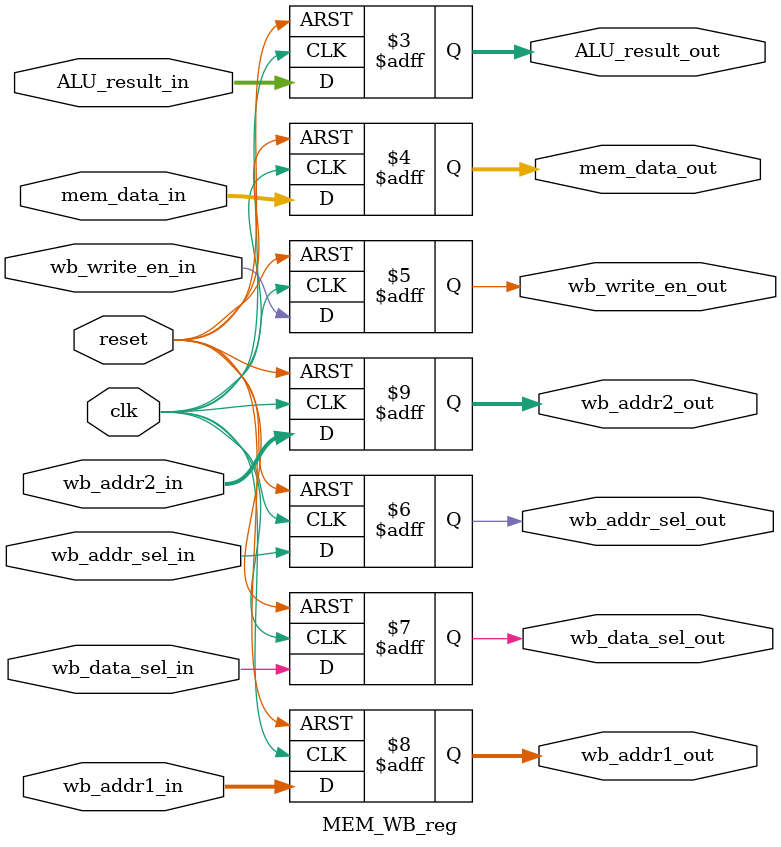
<source format=v>
module MEM_WB_reg(
					clk, 
					reset, 
					ALU_result_in,
					mem_data_in,
					wb_write_en_in,
					wb_addr_sel_in,
					wb_data_sel_in,
					wb_addr1_in,
					wb_addr2_in,
					ALU_result_out,
					mem_data_out,
					wb_write_en_out,
					wb_addr_sel_out,
					wb_data_sel_out,
					wb_addr1_out,
					wb_addr2_out
					);
	input clk, reset;
	input [31:0] ALU_result_in;
	input [31:0] mem_data_in;
	input wb_write_en_in;
	input wb_addr_sel_in;
	input wb_data_sel_in;
	input [4:0] wb_addr1_in;
	input [4:0] wb_addr2_in;

	output [31:0] ALU_result_out;
	output [31:0] mem_data_out;
	output wb_write_en_out;
	output wb_addr_sel_out;
	output wb_data_sel_out;
	output [4:0] wb_addr1_out;
	output [4:0] wb_addr2_out;

	reg [31:0] ALU_result_out;
	reg [31:0] mem_data_out;
	reg wb_write_en_out;
	reg wb_addr_sel_out;
	reg wb_data_sel_out;
	reg [4:0] wb_addr1_out;
	reg [4:0] wb_addr2_out;

	always @(posedge clk or negedge reset)
    begin
    	if (~reset)begin
    		ALU_result_out <= 32'd0;
			mem_data_out <= 32'd0;
			wb_write_en_out <= 1'd0;
			wb_addr_sel_out <= 1'b0;
			wb_data_sel_out <= 1'b0;
			wb_addr1_out <= 5'd0;
			wb_addr2_out <=5'd0;
    	end
    	else begin
    		ALU_result_out <= ALU_result_in;
			mem_data_out <= mem_data_in;
			wb_write_en_out <= wb_write_en_in;
			wb_addr_sel_out <= wb_addr_sel_in;
			wb_data_sel_out <= wb_data_sel_in;
			wb_addr1_out <= wb_addr1_in;
			wb_addr2_out <= wb_addr2_in;
    	end
    end




endmodule
</source>
